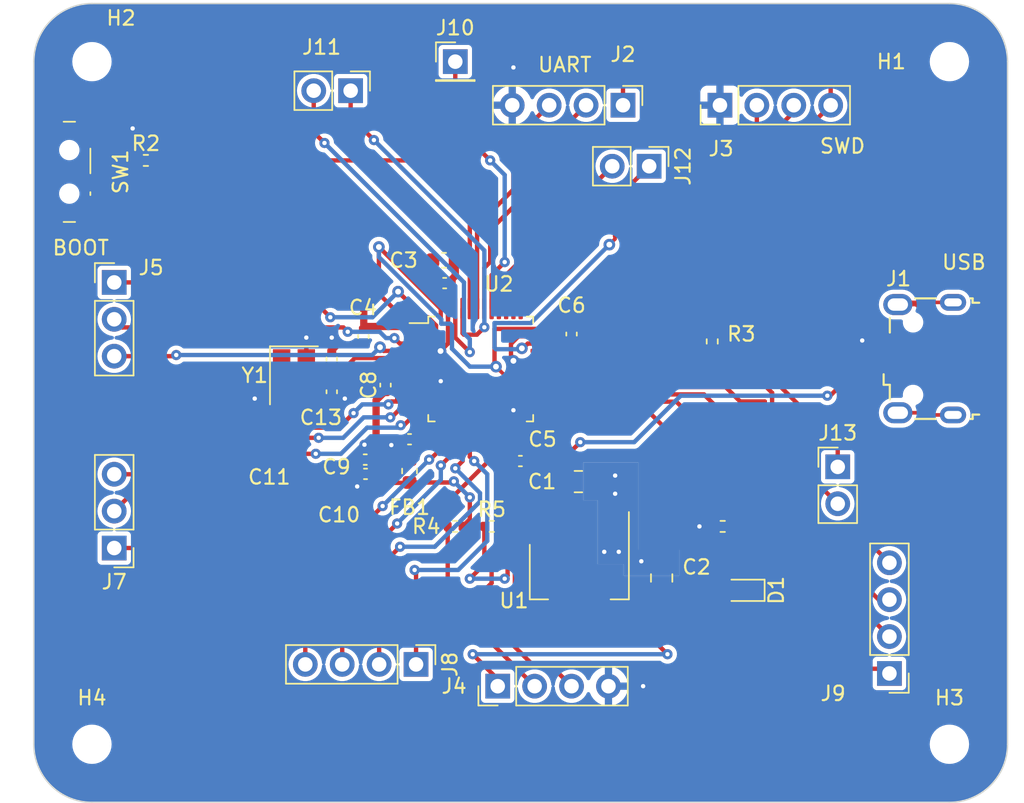
<source format=kicad_pcb>
(kicad_pcb (version 20221018) (generator pcbnew)
  (layers (0 "F.Cu" signal) (31 "B.Cu" power) (34 "B.Paste" user) (35 "F.Paste" user) (36 "B.SilkS" user "B.Silkscreen") (37 "F.SilkS" user "F.Silkscreen") (38 "B.Mask" user) (39 "F.Mask" user) (44 "Edge.Cuts" user))
  (net 0 "")
  (net 1 "VBUS")
  (net 2 "GND")
  (net 3 "+3.3V")
  (net 4 "+3.3VA")
  (net 5 "Net-(U2-NRST)")
  (net 6 "Net-(U2-PD0)")
  (net 7 "/RCC_OSC_OUT")
  (net 8 "Net-(D1-K)")
  (net 10 "unconnected-(J1-Shield-Pad6)")
  (net 11 "/usart_tx")
  (net 12 "/usart_rx")
  (net 13 "/SYS_JTCK-SWCLK")
  (net 14 "/SYS_JTMS-SWDIO")
  (net 15 "/12c2scl")
  (net 16 "/12c2sdl")
  (net 17 "Net-(SW1-B)")
  (net 18 "Net-(U2-BOOT0)")
  (net 19 "Net-(J5-Pin_1)")
  (net 20 "Net-(J5-Pin_2)")
  (net 21 "Net-(J5-Pin_3)")
  (net 22 "Net-(J7-Pin_1)")
  (net 23 "Net-(J7-Pin_2)")
  (net 24 "Net-(J7-Pin_3)")
  (net 25 "Net-(J8-Pin_1)")
  (net 26 "Net-(J8-Pin_2)")
  (net 27 "Net-(J8-Pin_3)")
  (net 28 "Net-(J8-Pin_4)")
  (net 29 "Net-(J9-Pin_1)")
  (net 30 "Net-(J9-Pin_2)")
  (net 31 "Net-(J9-Pin_3)")
  (net 32 "Net-(J9-Pin_4)")
  (net 33 "Net-(J10-Pin_1)")
  (net 34 "Net-(J11-Pin_1)")
  (net 35 "Net-(J11-Pin_2)")
  (net 36 "Net-(J12-Pin_1)")
  (net 37 "Net-(J13-Pin_1)")
  (net 38 "Net-(J13-Pin_2)")
  (net 41 "Net-(J12-Pin_2)")
  (net 44 "/USB_D-")
  (net 45 "/USB_D+")
  (footprint "Resistor_SMD:R_0402_1005Metric" (layer "F.Cu") (at 107.4 93 180)
    (fp_text reference "R1" hide)
    (fp_text value "1k5")
  )
  (footprint "Button_Switch_SMD:SW_SPDT_PCM12" (layer "F.Cu") (at 62.771 68.5876 -90)
    (fp_text reference "SW1")
    (fp_text value "SW_SPDT")
  )
  (footprint "Capacitor_SMD:C_0603_1608Metric" (layer "F.Cu") (at 88.225 74.676)
    (fp_text reference "C3")
    (fp_text value "10u")
  )
  (footprint "Capacitor_SMD:C_0402_1005Metric" (layer "F.Cu") (at 84.2 83.27 90)
    (fp_text reference "C8")
    (fp_text value "10n")
  )
  (footprint "Resistor_SMD:R_0402_1005Metric" (layer "F.Cu") (at 106.68 80.264 -90)
    (fp_text reference "R3")
    (fp_text value "1k5")
  )
  (footprint "Capacitor_SMD:C_0402_1005Metric" (layer "F.Cu") (at 82.804 88.4 180)
    (fp_text reference "C9")
    (fp_text value "1u")
  )
  (footprint "Connector_PinHeader_2.54mm:PinHeader_1x04_P2.54mm_Vertical" (layer "F.Cu") (at 86.3 102.5 -90)
    (fp_text reference "J8")
    (fp_text value "Conn_01x04_Pin")
  )
  (footprint "Capacitor_SMD:C_0402_1005Metric" (layer "F.Cu") (at 82.677 79.9338 -90)
    (fp_text reference "C4")
    (fp_text value "100n")
  )
  (footprint "Package_TO_SOT_SMD:SOT-223-3_TabPin2" (layer "F.Cu") (at 97.536 96.114 -90)
    (fp_text reference "U1")
    (fp_text value "AMS1117-3.3")
  )
  (footprint "Package_QFP:LQFP-48_7x7mm_P0.5mm" (layer "F.Cu") (at 90.75 82.1625)
    (fp_text reference "U2")
    (fp_text value "STM32F103C8Tx")
  )
  (footprint "Capacitor_SMD:C_0402_1005Metric" (layer "F.Cu") (at 88.27 76.25)
    (fp_text reference "C7" hide)
    (fp_text value "100n")
  )
  (footprint "MountingHole:MountingHole_2.2mm_M2" (layer "F.Cu") (at 64 108)
    (fp_text reference "H4")
    (fp_text value "MountingHole")
  )
  (footprint "Capacitor_SMD:C_0402_1005Metric" (layer "F.Cu") (at 80.5 83.73 -90)
    (fp_text reference "C13")
    (fp_text value "10p")
  )
  (footprint "Connector_PinHeader_2.54mm:PinHeader_1x03_P2.54mm_Vertical" (layer "F.Cu") (at 65.532 94.488 180)
    (fp_text reference "J7")
    (fp_text value "Conn_01x03_Pin")
  )
  (footprint "Connector_PinHeader_2.54mm:PinHeader_1x04_P2.54mm_Vertical" (layer "F.Cu") (at 91.92 104 90)
    (fp_text reference "J4")
    (fp_text value "Conn_01x04_Pin")
  )
  (footprint "Connector_PinHeader_2.54mm:PinHeader_1x02_P2.54mm_Vertical" (layer "F.Cu") (at 81.8 63 -90)
    (fp_text reference "J11")
    (fp_text value "Conn_01x02_Pin")
  )
  (footprint "LED_SMD:LED_0603_1608Metric" (layer "F.Cu") (at 108.8 97.4 180)
    (fp_text reference "D1")
    (fp_text value "red")
  )
  (footprint "Connector_PinHeader_2.54mm:PinHeader_1x02_P2.54mm_Vertical" (layer "F.Cu") (at 102.34 68.2 -90)
    (fp_text reference "J12")
    (fp_text value "Conn_01x02_Pin")
  )
  (footprint "Capacitor_SMD:C_0402_1005Metric" (layer "F.Cu") (at 82.824 89.384 180)
    (fp_text reference "C10")
    (fp_text value "1u")
  )
  (footprint "Capacitor_SMD:C_0402_1005Metric" (layer "F.Cu") (at 97 79.756 -90)
    (fp_text reference "C6")
    (fp_text value "100n")
  )
  (footprint "Connector_PinHeader_2.54mm:PinHeader_1x01_P2.54mm_Vertical" (layer "F.Cu") (at 89 61)
    (fp_text reference "J10")
    (fp_text value "Conn_01x01_Pin")
  )
  (footprint "Capacitor_SMD:C_0402_1005Metric" (layer "F.Cu") (at 85.852 87 180)
    (fp_text reference "C11")
    (fp_text value "100n")
  )
  (footprint "Capacitor_SMD:C_0805_2012Metric" (layer "F.Cu") (at 103.2 96.55 90)
    (fp_text reference "C2")
    (fp_text value "22u")
  )
  (footprint "Connector_PinHeader_2.54mm:PinHeader_1x04_P2.54mm_Vertical" (layer "F.Cu") (at 107.21 64 90)
    (fp_text reference "J3")
    (fp_text value "Conn_01x04_Pin")
  )
  (footprint "Crystal:Crystal_SMD_3225-4Pin_3.2x2.5mm" (layer "F.Cu") (at 77.9 82.6 -90)
    (fp_text reference "Y1")
    (fp_text value "Crystal_GND24")
  )
  (footprint "Connector_PinHeader_2.54mm:PinHeader_1x02_P2.54mm_Vertical" (layer "F.Cu") (at 115.316 88.9)
    (fp_text reference "J13")
    (fp_text value "Conn_01x02_Pin")
  )
  (footprint "Capacitor_SMD:C_0402_1005Metric" (layer "F.Cu") (at 80.5 81.48 90)
    (fp_text reference "C12" hide)
    (fp_text value "10p")
  )
  (footprint "MountingHole:MountingHole_2.2mm_M2" (layer "F.Cu") (at 64 61)
    (fp_text reference "H2")
    (fp_text value "MountingHole")
  )
  (footprint "MountingHole:MountingHole_2.2mm_M2" (layer "F.Cu") (at 123 108)
    (fp_text reference "H3")
    (fp_text value "MountingHole")
  )
  (footprint "Resistor_SMD:R_0402_1005Metric" (layer "F.Cu") (at 88.99 93 180)
    (fp_text reference "R4")
    (fp_text value "1k5")
  )
  (footprint "Connector_PinHeader_2.54mm:PinHeader_1x04_P2.54mm_Vertical" (layer "F.Cu") (at 100.54 64 -90)
    (fp_text reference "J2")
    (fp_text value "Conn_01x04_Pin")
  )
  (footprint "MountingHole:MountingHole_2.2mm_M2" (layer "F.Cu") (at 123 61)
    (fp_text reference "H1")
    (fp_text value "MountingHole")
  )
  (footprint "Capacitor_SMD:C_0402_1005Metric" (layer "F.Cu") (at 93.48 88.5 180)
    (fp_text reference "C5")
    (fp_text value "100n")
  )
  (footprint "Capacitor_SMD:C_0805_2012Metric" (layer "F.Cu") (at 97.47 89.916)
    (fp_text reference "C1")
    (fp_text value "22u")
  )
  (footprint "Connector_PinHeader_2.54mm:PinHeader_1x04_P2.54mm_Vertical" (layer "F.Cu") (at 118.872 103.124 180)
    (fp_text reference "J9")
    (fp_text value "Conn_01x04_Pin")
  )
  (footprint "Connector_PinHeader_2.54mm:PinHeader_1x03_P2.54mm_Vertical" (layer "F.Cu") (at 65.532 76.2)
    (fp_text reference "J5")
    (fp_text value "Conn_01x03_Pin")
  )
  (footprint "Resistor_SMD:R_0402_1005Metric" (layer "F.Cu") (at 67.71 67.8)
    (fp_text reference "R2")
    (fp_text value "10K")
  )
  (footprint "Connector_USB:USB_Micro-B_Wuerth_629105150521" (layer "F.Cu") (at 121.3 81.45 90)
    (fp_text reference "J1")
    (fp_text value "USB_B_Micro")
  )
  (footprint "Inductor_SMD:L_0603_1608Metric" (layer "F.Cu") (at 85.852 89.1875 -90)
    (fp_text reference "FB1")
    (fp_text value "120R")
  )
  (footprint "Resistor_SMD:R_0402_1005Metric" (layer "F.Cu") (at 91.51 93)
    (fp_text reference "R5")
    (fp_text value "1k5")
  )
  (gr_line (start 60 61) (end 60 108) (stroke (width 0.1)) (layer "Edge.Cuts"))
  (gr_line (start 127 108) (end 127 61) (stroke (width 0.1)) (layer "Edge.Cuts"))
  (gr_arc (start 127 108) (mid 125.828427 110.828427) (end 123 112) (stroke (width 0.1)) (layer "Edge.Cuts"))
  (gr_arc (start 60 61) (mid 61.171573 58.171573) (end 64 57) (stroke (width 0.1)) (layer "Edge.Cuts"))
  (gr_line (start 64 112) (end 123 112) (stroke (width 0.1)) (layer "Edge.Cuts"))
  (gr_line (start 123 57) (end 64 57) (stroke (width 0.1)) (layer "Edge.Cuts"))
  (gr_arc (start 123 57) (mid 125.828427 58.171573) (end 127 61) (stroke (width 0.1)) (layer "Edge.Cuts"))
  (gr_arc (start 64 112) (mid 61.171573 110.828427) (end 60 108) (stroke (width 0.1)) (layer "Edge.Cuts"))
  (gr_text "USB" (at 122.4 75.4) (layer "F.SilkS") (effects (font (size 1 1)) (justify left bottom)))
  (gr_text "SWD" (at 114 67.4) (layer "F.SilkS") (effects (font (size 1 1)) (justify left bottom)))
  (gr_text "UART" (at 94.6 61.8) (layer "F.SilkS") (effects (font (size 1 1)) (justify left bottom)))
  (gr_text "BOOT" (at 61.2 74.4) (layer "F.SilkS") (effects (font (size 1 1)) (justify left bottom)))
  (segment (start 96.52 89.916) (end 96.52 88.28) (width 0.3) (layer "F.Cu") (net 1))
  (segment (start 96.52 88.28) (end 97.6 87.2) (width 0.3) (layer "F.Cu") (net 1))
  (segment (start 114.8 84) (end 116.2404 82.5596) (width 0.3) (layer "F.Cu") (net 1))
  (segment (start 116.2404 82.5596) (end 116.4308 82.75) (width 0.3) (layer "F.Cu") (net 1))
  (segment (start 114.6 84) (end 114.8 84) (width 0.3) (layer "F.Cu") (net 1))
  (segment (start 116.4308 82.75) (end 119.4 82.75) (width 0.3) (layer "F.Cu") (net 1))
  (via (at 97.6 87.2) (size 0.7) (drill 0.3) (layers "F.Cu" "B.Cu") (net 1))
  (via (at 114.6 84) (size 0.7) (drill 0.3) (layers "F.Cu" "B.Cu") (net 1))
  (segment (start 114.6 84) (end 104.51005 84) (width 0.3) (layer "B.Cu") (net 1))
  (segment (start 101.31005 87.2) (end 97.6 87.2) (width 0.3) (layer "B.Cu") (net 1))
  (segment (start 104.51005 84) (end 101.31005 87.2) (width 0.3) (layer "B.Cu") (net 1))
  (segment (start 96.25 80.25) (end 96.986 80.25) (width 0.3) (layer "F.Cu") (net 2))
  (segment (start 88.5 77.161459) (end 88.5 78) (width 0.3) (layer "F.Cu") (net 2))
  (segment (start 81.39 84.21) (end 81.4 84.2) (width 0.3) (layer "F.Cu") (net 2))
  (segment (start 86.5875 82.9125) (end 87.9125 82.9125) (width 0.3) (layer "F.Cu") (net 2))
  (segment (start 85 87) (end 84.6 87.4) (width 0.3) (layer "F.Cu") (net 2))
  (segment (start 98.42 89.916) (end 99.584 89.916) (width 0.3) (layer "F.Cu") (net 2))
  (segment (start 88.75 76.25) (end 88.75 76.911459) (width 0.3) (layer "F.Cu") (net 2))
  (segment (start 85.372 87) (end 85 87) (width 0.3) (layer "F.Cu") (net 2))
  (segment (start 99.836 94.164) (end 99.25 94.75) (width 0.3) (layer "F.Cu") (net 2))
  (segment (start 84.3225 82.9125) (end 86.5875 82.9125) (width 0.3) (layer "F.Cu") (net 2))
  (segment (start 87.9125 82.9125) (end 88 83) (width 0.3) (layer "F.Cu") (net 2))
  (segment (start 99.584 89.916) (end 100 89.5) (width 0.3) (layer "F.Cu") (net 2))
  (segment (start 93 86.325) (end 93 85) (width 0.3) (layer "F.Cu") (net 2))
  (segment (start 93.349563 79.9125) (end 92.832559 80.429504) (width 0.3) (layer "F.Cu") (net 2))
  (segment (start 99.836 92.964) (end 99.836 94.336) (width 0.3) (layer "F.Cu") (net 2))
  (segment (start 80.5 81) (end 80.5 80) (width 0.3) (layer "F.Cu") (net 2))
  (segment (start 88.5 80.41) (end 88.5 78) (width 0.3) (layer "F.Cu") (net 2))
  (segment (start 88.75 76.911459) (end 88.5 77.161459) (width 0.3) (layer "F.Cu") (net 2))
  (segment (start 82.324 88.258) (end 82.324 87.8) (width 0.3) (layer "F.Cu") (net 2))
  (segment (start 101.8 95.4) (end 103 95.4) (width 0.3) (layer "F.Cu") (net 2))
  (segment (start 78.75 81.5) (end 78.75 80) (width 0.3) (layer "F.Cu") (net 2))
  (segment (start 92.92 61.48) (end 93 61.4) (width 0.3) (layer "F.Cu") (net 2))
  (segment (start 93 86.325) (end 93 88) (width 0.3) (layer "F.Cu") (net 2))
  (segment (start 92.92 64) (end 92.92 61.48) (width 0.3) (layer "F.Cu") (net 2))
  (segment (start 103 95.4) (end 103.2 95.6) (width 0.3) (layer "F.Cu") (net 2))
  (segment (start 99.675 104) (end 101.925 104) (width 0.3) (layer "F.Cu") (net 2))
  (segment (start 99.836 94.336) (end 100.25 94.75) (width 0.3) (layer "F.Cu") (net 2))
  (segment (start 88.75 76) (end 88.75 76.25) (width 0.5) (layer "F.Cu") (net 2))
  (segment (start 116.9452 80.2) (end 119.4548 80.2) (width 0.3) (layer "F.Cu") (net 2))
  (segment (start 98.42 89.916) (end 99.166 89.916) (width 0.3) (layer "F.Cu") (net 2))
  (segment (start 82.344 89.384) (end 82.344 90.156) (width 0.3) (layer "F.Cu") (net 2))
  (segment (start 81.02 80.48) (end 80.5 81) (width 0.3) (layer "F.Cu") (net 2))
  (segment (start 99.836 92.964) (end 99.836 94.164) (width 0.3) (layer "F.Cu") (net 2))
  (segment (start 84.2 82.79) (end 84.3225 82.9125) (width 0.3) (layer "F.Cu") (net 2))
  (segment (start 87.9856 80.9244) (end 88.5 80.41) (width 0.3) (layer "F.Cu") (net 2))
  (segment (start 75.7 83.7) (end 75.2 84.2) (width 0.3) (layer "F.Cu") (net 2))
  (segment (start 77.05 83.7) (end 75.7 83.7) (width 0.3) (layer "F.Cu") (net 2))
  (segment (start 96.986 80.25) (end 97 80.236) (width 0.3) (layer "F.Cu") (net 2))
  (segment (start 82.324 87.8) (end 82.75 87.374) (width 0.3) (layer "F.Cu") (net 2))
  (segment (start 92.832559 81.432559) (end 93 81.6) (width 0.3) (layer "F.Cu") (net 2))
  (segment (start 99.166 89.916) (end 100 90.75) (width 0.3) (layer "F.Cu") (net 2))
  (segment (start 80.5 84.21) (end 81.39 84.21) (width 0.3) (layer "F.Cu") (net 2))
  (segment (start 82.344 90.156) (end 82.25 90.25) (width 0.3) (layer "F.Cu") (net 2))
  (segment (start 89 75.75) (end 88.75 76) (width 0.5) (layer "F.Cu") (net 2))
  (segment (start 106.89 93) (end 105.8 93) (width 0.3) (layer "F.Cu") (net 2))
  (segment (start 95.9125 79.9125) (end 96.25 80.25) (width 0.3) (layer "F.Cu") (net 2))
  (segment (start 93 87.75) (end 93 88.5) (width 0.3) (layer "F.Cu") (net 2))
  (segment (start 82.804 80.48) (end 81.02 80.48) (width 0.3) (layer "F.Cu") (net 2))
  (segment (start 66.046 66.354) (end 66.8 65.6) (width 0.3) (layer "F.Cu") (net 2))
  (segment (start 89 74.676) (end 89 75.75) (width 0.5) (layer "F.Cu") (net 2))
  (segment (start 94.9125 79.9125) (end 93.349563 79.9125) (width 0.3) (layer "F.Cu") (net 2))
  (segment (start 94.9125 79.9125) (end 95.9125 79.9125) (width 0.3) (layer "F.Cu") (net 2))
  (segment (start 64.45 66.354) (end 66.046 66.354) (width 0.3) (layer "F.Cu") (net 2))
  (segment (start 92.832559 80.429504) (end 92.832559 81.432559) (width 0.3) (layer "F.Cu") (net 2))
  (via (at 93 85) (size 0.7) (drill 0.3) (layers "F.Cu" "B.Cu") (net 2))
  (via (at 93 81.6) (size 0.8) (drill 0.4) (layers "F.Cu" "B.Cu") (net 2))
  (via (at 81.4 84.2) (size 0.7) (drill 0.3) (layers "F.Cu" "B.Cu") (net 2))
  (via (at 99.25 94.75) (size 0.7) (drill 0.3) (layers "F.Cu" "B.Cu") (net 2))
  (via (at 80.5 80) (size 0.7) (drill 0.3) (layers "F.Cu" "B.Cu") (net 2))
  (via (at 100.25 94.75) (size 0.7) (drill 0.3) (layers "F.Cu" "B.Cu") (net 2))
  (via (at 101.925 104) (size 0.7) (drill 0.3) (layers "F.Cu" "B.Cu") (net 2))
  (via (at 88 83) (size 0.7) (drill 0.3) (layers "F.Cu" "B.Cu") (net 2))
  (via (at 87.9856 80.9244) (size 0.8) (drill 0.4) (layers "F.Cu" "B.Cu") (net 2))
  (via (at 117 80.2) (size 0.7) (drill 0.3) (layers "F.Cu" "B.Cu") (net 2))
  (via (at 66.8 65.6) (size 0.7) (drill 0.3) (layers "F.Cu" "B.Cu") (net 2))
  (via (at 75.2 84.2) (size 0.7) (drill 0.3) (layers "F.Cu" "B.Cu") (net 2))
  (via (at 100 90.75) (size 0.7) (drill 0.3) (layers "F.Cu" "B.Cu") (net 2))
  (via (at 100 89.5) (size 0.7) (drill 0.3) (layers "F.Cu" "B.Cu") (net 2))
  (via (at 82.75 87.374) (size 0.7) (drill 0.3) (layers "F.Cu" "B.Cu") (net 2))
  (via (at 82.25 90.25) (size 0.7) (drill 0.3) (layers "F.Cu" "B.Cu") (net 2))
  (via (at 78.75 80) (size 0.7) (drill 0.3) (layers "F.Cu" "B.Cu") (net 2))
  (via (at 105.8 93) (size 0.7) (drill 0.3) (layers "F.Cu" "B.Cu") (net 2))
  (via (at 101.8 95.4) (size 0.7) (drill 0.3) (layers "F.Cu" "B.Cu") (net 2))
  (via (at 93 61.4) (size 0.7) (drill 0.3) (layers "F.Cu" "B.Cu") (net 2))
  (via (at 84.6 87.4) (size 0.7) (drill 0.3) (layers "F.Cu" "B.Cu") (net 2))
  (segment (start 88 83) (end 88 80.9388) (width 0.3) (layer "B.Cu") (net 2))
  (segment (start 88 80.9388) (end 87.9856 80.9244) (width 0.3) (layer "B.Cu") (net 2))
  (segment (start 106 97.5) (end 107.9125 97.5) (width 0.5) (layer "F.Cu") (net 3))
  (segment (start 102.5 101) (end 93.648528 101) (width 0.5) (layer "F.Cu") (net 3))
  (segment (start 91.7 79.4) (end 91.7 81.9) (width 0.3) (layer "F.Cu") (net 3))
  (segment (start 93.2 100.551472) (end 93.2 95.2) (width 0.5) (layer "F.Cu") (net 3))
  (segment (start 106.68 79.754) (end 98.354 79.754) (width 0.3) (layer "F.Cu") (net 3))
  (segment (start 87.45 74.676) (end 87.45 75.91) (width 0.5) (layer "F.Cu") (net 3))
  (segment (start 87.79 77.79) (end 88 78) (width 0.3) (layer "F.Cu") (net 3))
  (segment (start 64.45 70.854) (end 77.454 70.854) (width 0.5) (layer "F.Cu") (net 3))
  (segment (start 90 91) (end 90 92.5) (width 0.3) (layer "F.Cu") (net 3))
  (segment (start 83.7438 73.7616) (end 87.9822 78) (width 0.3) (layer "F.Cu") (net 3))
  (segment (start 83.984 89.384) (end 84.6 90) (width 0.3) (layer "F.Cu") (net 3))
  (segment (start 85.557538 79.3125) (end 86.142462 79.3125) (width 0.5) (layer "F.Cu") (net 3))
  (segment (start 94 88.46) (end 94 86.825) (width 0.3) (layer "F.Cu") (net 3))
  (segment (start 87.79 76.25) (end 87.79 77.79) (width 0.3) (layer "F.Cu") (net 3))
  (segment (start 97 78.8) (end 97.4 78.4) (width 0.3) (layer "F.Cu") (net 3))
  (segment (start 85.7504 79.4125) (end 86.5875 79.4125) (width 0.3) (layer "F.Cu") (net 3))
  (segment (start 93.2 95.2) (end 92.6 95.8) (width 0.3) (layer "F.Cu") (net 3))
  (segment (start 107.9125 97.5) (end 108.0125 97.4) (width 0.5) (layer "F.Cu") (net 3))
  (segment (start 114.83 62.37) (end 114.83 64) (width 0.3) (layer "F.Cu") (net 3))
  (segment (start 84.6 90) (end 85.827 90) (width 0.3) (layer "F.Cu") (net 3))
  (segment (start 83.304 89.384) (end 83.984 89.384) (width 0.3) (layer "F.Cu") (net 3))
  (segment (start 85.827 90) (end 85.852 89.975) (width 0.3) (layer "F.Cu") (net 3))
  (segment (start 91 93) (end 91 95.6) (width 0.3) (layer "F.Cu") (net 3))
  (segment (start 96.4 79.25) (end 96.974 79.25) (width 0.3) (layer "F.Cu") (net 3))
  (segment (start 103.6 101.8) (end 102.8 101) (width 0.3) (layer "F.Cu") (net 3))
  (segment (start 97.876 79.276) (end 98.354 79.754) (width 0.3) (layer "F.Cu") (net 3))
  (segment (start 93.244386 89.4) (end 93.96 88.684386) (width 0.5) (layer "F.Cu") (net 3))
  (segment (start 100.54 64) (end 100.54 62.66) (width 0.3) (layer "F.Cu") (net 3))
  (segment (start 101 62.2) (end 115 62.2) (width 0.3) (layer "F.Cu") (net 3))
  (segment (start 91.92 104) (end 91.92 103.52) (width 0.3) (layer "F.Cu") (net 3))
  (segment (start 93.675 86.15) (end 93.675 83.875) (width 0.25) (layer "F.Cu") (net 3))
  (segment (start 82.7024 76.1024) (end 82.7024 79.4512) (width 0.5) (layer "F.Cu") (net 3))
  (segment (start 115 62.2) (end 114.83 62.37) (width 0.3) (layer "F.Cu") (net 3))
  (segment (start 86.1689 79.4125) (end 86.5875 79.4125) (width 0.3) (layer "F.Cu") (net 3))
  (segment (start 87.9822 78) (end 88 78) (width 0.3) (layer "F.Cu") (net 3))
  (segment (start 89.5 93) (end 91 93) (width 0.3) (layer "F.Cu") (net 3))
  (segment (start 91 95.6) (end 90 96.6) (width 0.3) (layer "F.Cu") (net 3))
  (segment (start 100.54 62.66) (end 101 62.2) (width 0.3) (layer "F.Cu") (net 3))
  (segment (start 103.2 97.5) (end 106 97.5) (width 0.5) (layer "F.Cu") (net 3))
  (segment (start 93.648528 101) (end 93.2 100.551472) (width 0.5) (layer "F.Cu") (net 3))
  (segment (start 94 86.825) (end 93.5 86.325) (width 0.3) (layer "F.Cu") (net 3))
  (segment (start 92.6 95.8) (end 92.6 96.4) (width 0.3) (layer "F.Cu") (net 3))
  (segment (start 88.825686 89.975) (end 88.900343 89.900343) (width 0.3) (layer "F.Cu") (net 3))
  (segment (start 97.876 79.276) (end 97 79.276) (width 0.3) (layer "F.Cu") (net 3))
  (segment (start 83.7438 73.7616) (end 83.7438 76.9874) (width 0.3) (layer "F.Cu") (net 3))
  (segment (start 93.2 95.2) (end 93.2 89.4) (width 0.5) (layer "F.Cu") (net 3))
  (segment (start 106 97.5) (end 102.5 101) (width 0.5) (layer "F.Cu") (net 3))
  (segment (start 102.8 101) (end 102.5 101) (width 0.3) (layer "F.Cu") (net 3))
  (segment (start 93.96 88.684386) (end 93.96 88.5) (width 0.5) (layer "F.Cu") (net 3))
  (segment (start 106 72.83) (end 114.83 64) (width 0.3) (layer "F.Cu") (net 3))
  (segment (start 82.677 79.4538) (end 82.7954 79.3354) (width 0.3) (layer "F.Cu") (net 3))
  (segment (start 85.852 89.975) (end 88.825686 89.975) (width 0.3) (layer "F.Cu") (net 3))
  (segment (start 87.45 75.91) (end 87.79 76.25) (width 0.5) (layer "F.Cu") (net 3))
  (segment (start 96.25 79.25) (end 96.4 79.25) (width 0.3) (layer "F.Cu") (net 3))
  (segment (start 93.675 83.875) (end 91.8 82) (width 0.25) (layer "F.Cu") (net 3))
  (segment (start 93.2 89.4) (end 93.244386 89.4) (width 0.5) (layer "F.Cu") (net 3))
  (segment (start 94.9125 79.4125) (end 94.9 79.4) (width 0.3) (layer "F.Cu") (net 3))
  (segment (start 93.96 88.5) (end 94 88.46) (width 0.3) (layer "F.Cu") (net 3))
  (segment (start 91.92 103.52) (end 90.2 101.8) (width 0.3) (layer "F.Cu") (net 3))
  (segment (start 82.677 79.4538) (end 82.8954 79.2354) (width 0.5) (layer "F.Cu") (net 3))
  (segment (start 94.9 79.4) (end 91.7 79.4) (width 0.3) (layer "F.Cu") (net 3))
  (segment (start 106 73.4) (end 106 72.83) (width 0.3) (layer "F.Cu") (net 3))
  (segment (start 96.974 79.25) (end 97 79.276) (width 0.3) (layer "F.Cu") (net 3))
  (segment (start 91.7 81.9) (end 91.8 82) (width 0.3) (layer "F.Cu") (net 3))
  (segment (start 97 79.276) (end 97 78.8) (width 0.3) (layer "F.Cu") (net 3))
  (segment (start 85.6733 79.3354) (end 85.7504 79.4125) (width 0.3) (layer "F.Cu") (net 3))
  (segment (start 85.480438 79.2354) (end 85.557538 79.3125) (width 0.5) (layer "F.Cu") (net 3))
  (segment (start 96.2375 79.4125) (end 96.4 79.25) (width 0.3) (layer "F.Cu") (net 3))
  (segment (start 90 92.5) (end 89.5 93) (width 0.3) (layer "F.Cu") (net 3))
  (segment (start 101 78.4) (end 106 73.4) (width 0.3) (layer "F.Cu") (net 3))
  (segment (start 77.454 70.854) (end 82.7024 76.1024) (width 0.5) (layer "F.Cu") (net 3))
  (segment (start 82.8954 79.2354) (end 85.480438 79.2354) (width 0.5) (layer "F.Cu") (net 3))
  (segment (start 94.9125 79.4125) (end 96.2375 79.4125) (width 0.3) (layer "F.Cu") (net 3))
  (segment (start 97.4 78.4) (end 101 78.4) (width 0.3) (layer "F.Cu") (net 3))
  (segment (start 92.6 96.4) (end 92.4 96.6) (width 0.3) (layer "F.Cu") (net 3))
  (segment (start 83.7438 76.9874) (end 86.1689 79.4125) (width 0.3) (layer "F.Cu") (net 3))
  (segment (start 93.5 86.325) (end 93.675 86.15) (width 0.25) (layer "F.Cu") (net 3))
  (via (at 90.2 101.8) (size 0.7) (drill 0.3) (layers "F.Cu" "B.Cu") (net 3))
  (via (at 103.6 101.8) (size 0.7) (drill 0.3) (layers "F.Cu" "B.Cu") (net 3))
  (via (at 92.4 96.6) (size 0.7) (drill 0.3) (layers "F.Cu" "B.Cu") (net 3))
  (via (at 90 96.6) (size 0.7) (drill 0.3) (layers "F.Cu" "B.Cu") (net 3))
  (via (at 90 91) (size 0.7) (drill 0.3) (layers "F.Cu" "B.Cu") (net 3))
  (via (at 88.900343 89.900343) (size 0.7) (drill 0.3) (layers "F.Cu" "B.Cu") (net 3))
  (via (at 91.8 82) (size 0.8) (drill 0.4) (layers "F.Cu" "B.Cu") (net 3))
  (via (at 83.7438 73.7616) (size 0.8) (drill 0.4) (layers "F.Cu" "B.Cu") (net 3))
  (segment (start 88.0364 79.0448) (end 88.0364 78.746139) (width 0.3) (layer "B.Cu") (net 3))
  (segment (start 88.773 79.1718) (end 88.646 79.0448) (width 0.3) (layer "B.Cu") (net 3))
  (segment (start 91.8 82) (end 90.01005 82) (width 0.3) (layer "B.Cu") (net 3))
  (segment (start 88.646 79.0448) (end 88.0364 79.0448) (width 0.3) (layer "B.Cu") (net 3))
  (segment (start 90.01005 82) (end 88.773 80.76295) (width 0.3) (layer "B.Cu") (net 3))
  (segment (start 88.900343 89.900343) (end 90 91) (width 0.3) (layer "B.Cu") (net 3))
  (segment (start 90.2 101.8) (end 103.6 101.8) (width 0.3) (layer "B.Cu") (net 3))
  (segment (start 88.0364 78.746139) (end 83.7438 74.453539) (width 0.3) (layer "B.Cu") (net 3))
  (segment (start 88.773 80.76295) (end 88.773 79.1718) (width 0.3) (layer "B.Cu") (net 3))
  (segment (start 90 96.6) (end 92.4 96.6) (width 0.3) (layer "B.Cu") (net 3))
  (segment (start 83.7438 74.453539) (end 83.7438 73.7616) (width 0.3) (layer "B.Cu") (net 3))
  (segment (start 84.2 83.75) (end 84.5375 83.4125) (width 0.3) (layer "F.Cu") (net 4))
  (segment (start 83.55 84.318629) (end 84.118629 83.75) (width 0.5) (layer "F.Cu") (net 4))
  (segment (start 83.284 88.4) (end 85.852 88.4) (width 0.5) (layer "F.Cu") (net 4))
  (segment (start 84.5375 83.4125) (end 86.5875 83.4125) (width 0.3) (layer "F.Cu") (net 4))
  (segment (start 84.118629 83.75) (end 84.2 83.75) (width 0.5) (layer "F.Cu") (net 4))
  (segment (start 83.284 88.4) (end 83.55 88.134) (width 0.5) (layer "F.Cu") (net 4))
  (segment (start 83.55 88.134) (end 83.55 84.318629) (width 0.5) (layer "F.Cu") (net 4))
  (segment (start 86.5875 82.4125) (end 87.59755 82.4125) (width 0.3) (layer "F.Cu") (net 5))
  (segment (start 87.76005 82.25) (end 88.25 82.25) (width 0.3) (layer "F.Cu") (net 5))
  (segment (start 88.25 82.25) (end 89 83) (width 0.3) (layer "F.Cu") (net 5))
  (segment (start 86.332 87) (end 86.332 86.654459) (width 0.3) (layer "F.Cu") (net 5))
  (segment (start 89 83) (end 89 83.986459) (width 0.3) (layer "F.Cu") (net 5))
  (segment (start 86.332 86.654459) (end 89 83.986459) (width 0.3) (layer "F.Cu") (net 5))
  (segment (start 87.59755 82.4125) (end 87.76005 82.25) (width 0.3) (layer "F.Cu") (net 5))
  (segment (start 79.91 82.55) (end 77.3 82.55) (width 0.3) (layer "F.Cu") (net 6))
  (segment (start 81.54 81.96) (end 82.0875 81.4125) (width 0.3) (layer "F.Cu") (net 6))
  (segment (start 80.5 81.96) (end 81.54 81.96) (width 0.3) (layer "F.Cu") (net 6))
  (segment (start 77.05 82.3) (end 77.05 81.5) (width 0.3) (layer "F.Cu") (net 6))
  (segment (start 80.5 81.96) (end 79.91 82.55) (width 0.3) (layer "F.Cu") (net 6))
  (segment (start 77.3 82.55) (end 77.05 82.3) (width 0.3) (layer "F.Cu") (net 6))
  (segment (start 82.0875 81.4125) (end 86.5875 81.4125) (width 0.3) (layer "F.Cu") (net 6))
  (segment (start 82.8375 81.9125) (end 86.5875 81.9125) (width 0.3) (layer "F.Cu") (net 7))
  (segment (start 81.5 83.25) (end 82.8375 81.9125) (width 0.3) (layer "F.Cu") (net 7))
  (segment (start 80.5 83.25) (end 81.5 83.25) (width 0.3) (layer "F.Cu") (net 7))
  (segment (start 80.5 83.25) (end 79.2 83.25) (width 0.3) (layer "F.Cu") (net 7))
  (segment (start 79.2 83.25) (end 78.75 83.7) (width 0.3) (layer "F.Cu") (net 7))
  (segment (start 107.91 95.7225) (end 107.91 93) (width 0.3) (layer "F.Cu") (net 8))
  (segment (start 107.91 95.7225) (end 109.5875 97.4) (width 0.3) (layer "F.Cu") (net 8))
  (segment (start 122.0978 78.6384) (end 121.5907 78.1313) (width 0.25) (layer "F.Cu") (net 10))
  (segment (start 123.25 85.325) (end 121.5778 85.325) (width 0.25) (layer "F.Cu") (net 10))
  (segment (start 121.225 84.9722) (end 121.0222 85.175) (width 0.25) (layer "F.Cu") (net 10))
  (segment (start 119.45 77.725) (end 120.7 77.725) (width 0.25) (layer "F.Cu") (net 10))
  (segment (start 121.5907 78.1313) (end 121.1063 78.1313) (width 0.25) (layer "F.Cu") (net 10))
  (segment (start 120.7 77.725) (end 121.1063 78.1313) (width 0.25) (layer "F.Cu") (net 10))
  (segment (start 121.225 84.9722) (end 122.0978 84.0994) (width 0.25) (layer "F.Cu") (net 10))
  (segment (start 121.0222 85.175) (end 119.45 85.175) (width 0.25) (layer "F.Cu") (net 10))
  (segment (start 121.5778 85.325) (end 121.225 84.9722) (width 0.25) (layer "F.Cu") (net 10))
  (segment (start 119.6 77.575) (end 119.45 77.725) (width 0.25) (layer "F.Cu") (net 10))
  (segment (start 123.25 77.575) (end 119.6 77.575) (width 0.25) (layer "F.Cu") (net 10))
  (segment (start 122.0978 84.0994) (end 122.0978 78.6384) (width 0.25) (layer "F.Cu") (net 10))
  (segment (start 91 78) (end 91 75.2) (width 0.3) (layer "F.Cu") (net 11))
  (segment (start 93.8 68.2) (end 98 64) (width 0.3) (layer "F.Cu") (net 11))
  (segment (start 91.4 72.6) (end 93.8 70.2) (width 0.3) (layer "F.Cu") (net 11))
  (segment (start 93.8 70.2) (end 93.8 68.2) (width 0.3) (layer "F.Cu") (net 11))
  (segment (start 91.4 74.8) (end 91.4 72.6) (width 0.3) (layer "F.Cu") (net 11))
  (segment (start 91 75.2) (end 91.4 74.8) (width 0.3) (layer "F.Cu") (net 11))
  (segment (start 93 66.46) (end 93 69.8) (width 0.3) (layer "F.Cu") (net 12))
  (segment (start 90.5 72.3) (end 90.5 78) (width 0.3) (layer "F.Cu") (net 12))
  (segment (start 95.46 64) (end 93 66.46) (width 0.3) (layer "F.Cu") (net 12))
  (segment (start 93 69.8) (end 90.5 72.3) (width 0.3) (layer "F.Cu") (net 12))
  (segment (start 109.75 66.25) (end 109.75 64) (width 0.3) (layer "F.Cu") (net 13))
  (segment (start 103.5 72.5) (end 109.75 66.25) (width 0.3) (layer "F.Cu") (net 13))
  (segment (start 99 72.5) (end 103.5 72.5) (width 0.3) (layer "F.Cu") (net 13))
  (segment (start 93.5 78) (end 99 72.5) (width 0.3) (layer "F.Cu") (net 13))
  (segment (start 99.986459 73.213541) (end 99.6 73.6) (width 0.25) (layer "F.Cu") (net 14))
  (segment (start 99.986459 73) (end 99.986459 73.213541) (width 0.25) (layer "F.Cu") (net 14))
  (segment (start 93.9875 80.4125) (end 94.9125 80.4125) (width 0.3) (layer "F.Cu") (net 14))
  (segment (start 103.75 73) (end 112.29 64.46) (width 0.3) (layer "F.Cu") (net 14))
  (segment (start 99.986459 73) (end 103.75 73) (width 0.3) (layer "F.Cu") (net 14))
  (segment (start 112.29 64.46) (end 112.29 64) (width 0.3) (layer "F.Cu") (net 14))
  (segment (start 93.65 80.75) (end 93.9875 80.4125) (width 0.3) (layer "F.Cu") (net 14))
  (via (at 93.582559 80.740165) (size 0.8) (drill 0.4) (layers "F.Cu" "B.Cu") (net 14))
  (via (at 99.6 73.6) (size 0.8) (drill 0.4) (layers "F.Cu" "B.Cu") (net 14))
  (segment (start 99.6 73.6) (end 94.20295 78.99705) (width 0.3) (layer "B.Cu") (net 14))
  (segment (start 94.20295 78.99705) (end 91.7 78.99705) (width 0.3) (layer "B.Cu") (net 14))
  (segment (start 91.7 78.99705) (end 91.7 80.7) (width 0.3) (layer "B.Cu") (net 14))
  (segment (start 91.8 80.8) (end 93.522724 80.8) (width 0.3) (layer "B.Cu") (net 14))
  (segment (start 91.7 80.7) (end 91.8 80.8) (width 0.3) (layer "B.Cu") (net 14))
  (segment (start 93.522724 80.8) (end 93.582559 80.740165) (width 0.3) (layer "B.Cu") (net 14))
  (segment (start 88.48 98.02) (end 94.46 104) (width 0.3) (layer "F.Cu") (net 15))
  (segment (start 92 86.325) (end 92 87.789929) (width 0.3) (layer "F.Cu") (net 15))
  (segment (start 88.48 91.309929) (end 88.48 93) (width 0.3) (layer "F.Cu") (net 15))
  (segment (start 88.48 93) (end 88.48 98.02) (width 0.3) (layer "F.Cu") (net 15))
  (segment (start 92 87.789929) (end 88.48 91.309929) (width 0.3) (layer "F.Cu") (net 15))
  (segment (start 91.2 99.4) (end 91.2 97.2) (width 0.3) (layer "F.Cu") (net 16))
  (segment (start 91.5 96.9) (end 91.5 94.9) (width 0.3) (layer "F.Cu") (net 16))
  (segment (start 94.4 102.6) (end 91.2 99.4) (width 0.3) (layer "F.Cu") (net 16))
  (segment (start 92.2 93.18) (end 92.02 93) (width 0.3) (layer "F.Cu") (net 16))
  (segment (start 91.2 97.2) (end 91.5 96.9) (width 0.3) (layer "F.Cu") (net 16))
  (segment (start 95.6 102.6) (end 94.4 102.6) (width 0.3) (layer "F.Cu") (net 16))
  (segment (start 92.2 94.2) (end 92.2 93.18) (width 0.3) (layer "F.Cu") (net 16))
  (segment (start 97 104) (end 95.6 102.6) (width 0.3) (layer "F.Cu") (net 16))
  (segment (start 91.5 94.9) (end 92.2 94.2) (width 0.3) (layer "F.Cu") (net 16))
  (segment (start 92.5 87.997035) (end 92.02 88.477035) (width 0.3) (layer "F.Cu") (net 16))
  (segment (start 92.02 88.477035) (end 92.02 93) (width 0.3) (layer "F.Cu") (net 16))
  (segment (start 92.5 86.325) (end 92.5 87.997035) (width 0.3) (layer "F.Cu") (net 16))
  (segment (start 64 69.354) (end 65.646 69.354) (width 0.3) (layer "F.Cu") (net 17))
  (segment (start 65.646 69.354) (end 67.2 67.8) (width 0.3) (layer "F.Cu") (net 17))
  (segment (start 90 68.2) (end 89.6 67.8) (width 0.3) (layer "F.Cu") (net 18))
  (segment (start 68.22 67.8) (end 89.6 67.8) (width 0.3) (layer "F.Cu") (net 18))
  (segment (start 90 78) (end 90 68.2) (width 0.3) (layer "F.Cu") (net 18))
  (segment (start 65.532 76.2) (end 68.8 76.2) (width 0.3) (layer "F.Cu") (net 19))
  (segment (start 87.675 79.161459) (end 87.112541 78.599) (width 0.3) (layer "F.Cu") (net 19))
  (segment (start 68.8 76.2) (end 69.4 76.8) (width 0.3) (layer "F.Cu") (net 19))
  (segment (start 85.0646 76.835) (end 86.8286 78.599) (width 0.3) (layer "F.Cu") (net 19))
  (segment (start 69.4 76.8) (end 78.6 76.8) (width 0.3) (layer "F.Cu") (net 19))
  (segment (start 78.6 76.8) (end 80.4 78.6) (width 0.3) (layer "F.Cu") (net 19))
  (segment (start 87.675 79.663541) (end 87.675 79.161459) (width 0.3) (layer "F.Cu") (net 19))
  (segment (start 86.8286 78.599) (end 87.112541 78.599) (width 0.3) (layer "F.Cu") (net 19))
  (segment (start 86.5875 79.9125) (end 87.426041 79.9125) (width 0.3) (layer "F.Cu") (net 19))
  (segment (start 87.426041 79.9125) (end 87.675 79.663541) (width 0.3) (layer "F.Cu") (net 19))
  (via (at 80.4 78.6) (size 0.7) (drill 0.3) (layers "F.Cu" "B.Cu") (net 19))
  (via (at 85.0646 76.835) (size 0.8) (drill 0.4) (layers "F.Cu" "B.Cu") (net 19))
  (segment (start 80.4 78.6) (end 83.2996 78.6) (width 0.3) (layer "B.Cu") (net 19))
  (segment (start 83.2996 78.6) (end 85.0646 76.835) (width 0.3) (layer "B.Cu") (net 19))
  (segment (start 86.5875 80.4125) (end 85.1877 80.4125) (width 0.3) (layer "F.Cu") (net 20))
  (segment (start 85.1877 80.4125) (end 84.8106 80.0354) (width 0.3) (layer "F.Cu") (net 20))
  (segment (start 65.532 78.74) (end 66.092 79.3) (width 0.3) (layer "F.Cu") (net 20))
  (segment (start 66.092 79.3) (end 81.3 79.3) (width 0.3) (layer "F.Cu") (net 20))
  (segment (start 81.3 79.3) (end 81.6 79.6) (width 0.3) (layer "F.Cu") (net 20))
  (via (at 81.6 79.6) (size 0.7) (drill 0.3) (layers "F.Cu" "B.Cu") (net 20))
  (via (at 84.8106 80.0354) (size 0.7) (drill 0.3) (layers "F.Cu" "B.Cu") (net 20))
  (segment (start 84.8106 80.0354) (end 84.2354 80.0354) (width 0.3) (layer "B.Cu") (net 20))
  (segment (start 81.6 79.6) (end 83.8 79.6) (width 0.3) (layer "B.Cu") (net 20))
  (segment (start 84.2354 80.0354) (end 83.8 79.6) (width 0.3) (layer "B.Cu") (net 20))
  (segment (start 65.532 81.28) (end 69.72 81.28) (width 0.3) (layer "F.Cu") (net 21))
  (segment (start 84.0695 80.9125) (end 86.5875 80.9125) (width 0.3) (layer "F.Cu") (net 21))
  (segment (start 83.82 80.663) (end 84.0695 80.9125) (width 0.3) (layer "F.Cu") (net 21))
  (segment (start 69.72 81.28) (end 69.8 81.2) (width 0.3) (layer "F.Cu") (net 21))
  (via (at 83.82 80.663) (size 0.8) (drill 0.4) (layers "F.Cu" "B.Cu") (net 21))
  (via (at 69.8 81.2) (size 0.7) (drill 0.3) (layers "F.Cu" "B.Cu") (net 21))
  (segment (start 69.8 81.2) (end 83.283 81.2) (width 0.3) (layer "B.Cu") (net 21))
  (segment (start 83.283 81.2) (end 83.82 80.663) (width 0.3) (layer "B.Cu") (net 21))
  (segment (start 85.466719 86.033281) (end 86.5875 84.9125) (width 0.3) (layer "F.Cu") (net 22))
  (segment (start 65.532 94.488) (end 68.712 94.488) (width 0.3) (layer "F.Cu") (net 22))
  (segment (start 85.243985 86.033281) (end 85.466719 86.033281) (width 0.3) (layer "F.Cu") (net 22))
  (segment (start 75.2 88) (end 79.4 88) (width 0.3) (layer "F.Cu") (net 22))
  (segment (start 68.712 94.488) (end 75.2 88) (width 0.3) (layer "F.Cu") (net 22))
  (via (at 85.243985 86.033281) (size 0.7) (drill 0.3) (layers "F.Cu" "B.Cu") (net 22))
  (via (at 79.4 88) (size 0.7) (drill 0.3) (layers "F.Cu" "B.Cu") (net 22))
  (segment (start 85.2 86) (end 85.233281 86.033281) (width 0.3) (layer "B.Cu") (net 22))
  (segment (start 85.233281 86.033281) (end 85.243985 86.033281) (width 0.3) (layer "B.Cu") (net 22))
  (segment (start 81.13405 88) (end 82.93405 86.2) (width 0.3) (layer "B.Cu") (net 22))
  (segment (start 79.4 88) (end 81.13405 88) (width 0.3) (layer "B.Cu") (net 22))
  (segment (start 85.077266 86.2) (end 85.243985 86.033281) (width 0.3) (layer "B.Cu") (net 22))
  (segment (start 82.93405 86.2) (end 85.077266 86.2) (width 0.3) (layer "B.Cu") (net 22))
  (segment (start 85 86.2) (end 85.2 86) (width 0.3) (layer "B.Cu") (net 22))
  (segment (start 72.3005 86.8995) (end 79.6 86.8995) (width 0.3) (layer "F.Cu") (net 23))
  (segment (start 84.526674 85.490538) (end 84.616569 85.490538) (width 0.3) (layer "F.Cu") (net 23))
  (segment (start 65.532 91.948) (end 66.48 91) (width 0.3) (layer "F.Cu") (net 23))
  (segment (start 85.694607 84.4125) (end 86.5875 84.4125) (width 0.3) (layer "F.Cu") (net 23))
  (segment (start 68.2 91) (end 72.3005 86.8995) (width 0.3) (layer "F.Cu") (net 23))
  (segment (start 66.48 91) (end 68.2 91) (width 0.3) (layer "F.Cu") (net 23))
  (segment (start 84.616569 85.490538) (end 85.694607 84.4125) (width 0.3) (layer "F.Cu") (net 23))
  (via (at 79.6 86.8995) (size 0.7) (drill 0.3) (layers "F.Cu" "B.Cu") (net 23))
  (via (at 84.526674 85.490538) (size 0.7) (drill 0.3) (layers "F.Cu" "B.Cu") (net 23))
  (segment (start 81.29045 86.8995) (end 82.594975 85.594975) (width 0.3) (layer "B.Cu") (net 23))
  (segment (start 82.699412 85.490538) (end 84.526674 85.490538) (width 0.3) (layer "B.Cu") (net 23))
  (segment (start 82.594975 85.594975) (end 82.699412 85.490538) (width 0.3) (layer "B.Cu") (net 23))
  (segment (start 79.6 86.8995) (end 81.29045 86.8995) (width 0.3) (layer "B.Cu") (net 23))
  (segment (start 84.4 84.6) (end 84.6 84.4) (width 0.3) (layer "F.Cu") (net 24))
  (segment (start 85.0875 83.9125) (end 86.5875 83.9125) (width 0.3) (layer "F.Cu") (net 24))
  (segment (start 71.2 86.2) (end 77 86.2) (width 0.3) (layer "F.Cu") (net 24))
  (segment (start 85 84) (end 85.0875 83.9125) (width 0.3) (layer "F.Cu") (net 24))
  (segment (start 85 84.4) (end 85 84) (width 0.3) (layer "F.Cu") (net 24))
  (segment (start 77 86.2) (end 80.4 86.2) (width 0.3) (layer "F.Cu") (net 24))
  (segment (start 80.4 86.2) (end 81 86.2) (width 0.3) (layer "F.Cu") (net 24))
  (segment (start 65.532 89.408) (end 67.992 89.408) (width 0.3) (layer "F.Cu") (net 24))
  (segment (start 68.6 88.8) (end 71.2 86.2) (width 0.3) (layer "F.Cu") (net 24))
  (segment (start 67.992 89.408) (end 68.6 88.8) (width 0.3) (layer "F.Cu") (net 24))
  (segment (start 84.6 84.4) (end 85 84.4) (width 0.3) (layer "F.Cu") (net 24))
  (segment (start 81 86.2) (end 82 85.2) (width 0.3) (layer "F.Cu") (net 24))
  (via (at 84.4 84.6) (size 0.7) (drill 0.3) (layers "F.Cu" "B.Cu") (net 24))
  (via (at 82 85.2) (size 0.7) (drill 0.3) (layers "F.Cu" "B.Cu") (net 24))
  (segment (start 82 85.2) (end 82.6 84.6) (width 0.3) (layer "B.Cu") (net 24))
  (segment (start 82.6 84.6) (end 84.4 84.6) (width 0.3) (layer "B.Cu") (net 24))
  (segment (start 90 88.2) (end 90 86.325) (width 0.3) (layer "F.Cu") (net 25))
  (segment (start 90.300343 88.500343) (end 90 88.2) (width 0.3) (layer "F.Cu") (net 25))
  (segment (start 86.3 102.5) (end 86.3 96.1) (width 0.3) (layer "F.Cu") (net 25))
  (segment (start 86.3 96.1) (end 86.2 96) (width 0.3) (layer "F.Cu") (net 25))
  (via (at 90.300343 88.500343) (size 0.7) (drill 0.3) (layers "F.Cu" "B.Cu") (net 25))
  (via (at 86.2 96) (size 0.7) (drill 0.3) (layers "F.Cu" "B.Cu") (net 25))
  (segment (start 91.2 89.4) (end 90.300343 88.500343) (width 0.3) (layer "B.Cu") (net 25))
  (segment (start 91.2 94) (end 91.2 89.4) (width 0.3) (layer "B.Cu") (net 25))
  (segment (start 89.2 96) (end 91.2 94) (width 0.3) (layer "B.Cu") (net 25))
  (segment (start 86.2 96) (end 89.2 96) (width 0.3) (layer "B.Cu") (net 25))
  (segment (start 83.76 102.5) (end 83.76 95.84) (width 0.3) (layer "F.Cu") (net 26))
  (segment (start 85 94.6) (end 85.2 94.4) (width 0.3) (layer "F.Cu") (net 26))
  (segment (start 89.5 88.5) (end 89.5 86.325) (width 0.3) (layer "F.Cu") (net 26))
  (segment (start 83.76 95.84) (end 85 94.6) (width 0.3) (layer "F.Cu") (net 26))
  (segment (start 89 89) (end 89.5 88.5) (width 0.3) (layer "F.Cu") (net 26))
  (via (at 89 89) (size 0.7) (drill 0.3) (layers "F.Cu" "B.Cu") (net 26))
  (via (at 85.2 94.4) (size 0.7) (drill 0.3) (layers "F.Cu" "B.Cu") (net 26))
  (segment (start 90.7 90.7) (end 89 89) (width 0.3) (layer "B.Cu") (net 26))
  (segment (start 90.7 91.28995) (end 90.7 90.7) (width 0.3) (layer "B.Cu") (net 26))
  (segment (start 87.58995 94.4) (end 90.7 91.28995) (width 0.3) (layer "B.Cu") (net 26))
  (segment (start 85.2 94.4) (end 87.58995 94.4) (width 0.3) (layer "B.Cu") (net 26))
  (segment (start 81.22 96.58) (end 85 92.8) (width 0.3) (layer "F.Cu") (net 27))
  (segment (start 81.22 102.5) (end 81.22 96.58) (width 0.3) (layer "F.Cu") (net 27))
  (segment (start 89 87.806809) (end 89 86.325) (width 0.3) (layer "F.Cu") (net 27))
  (segment (start 88.004539 88.80227) (end 89 87.806809) (width 0.3) (layer "F.Cu") (net 27))
  (via (at 85 92.8) (size 0.7) (drill 0.3) (layers "F.Cu" "B.Cu") (net 27))
  (via (at 88.004539 88.80227) (size 0.7) (drill 0.3) (layers "F.Cu" "B.Cu") (net 27))
  (segment (start 85 92.8) (end 88.004539 89.795461) (width 0.3) (layer "B.Cu") (net 27))
  (segment (start 88.004539 89.795461) (end 88.004539 88.80227) (width 0.3) (layer "B.Cu") (net 27))
  (segment (start 78.68 102.5) (end 78.68 96.92) (width 0.3) (layer "F.Cu") (net 28))
  (segment (start 78.68 96.92) (end 84 91.6) (width 0.3) (layer "F.Cu") (net 28))
  (segment (start 88.5 87.163541) (end 88.5 86.325) (width 0.3) (layer "F.Cu") (net 28))
  (segment (start 87.263541 88.4) (end 88.5 87.163541) (width 0.3) (layer "F.Cu") (net 28))
  (segment (start 87.2 88.4) (end 87.263541 88.4) (width 0.3) (layer "F.Cu") (net 28))
  (via (at 84 91.6) (size 0.7) (drill 0.3) (layers "F.Cu" "B.Cu") (net 28))
  (via (at 87.2 88.4) (size 0.7) (drill 0.3) (layers "F.Cu" "B.Cu") (net 28))
  (segment (start 87 88.6) (end 87.2 88.4) (width 0.3) (layer "B.Cu") (net 28))
  (segment (start 84 91.6) (end 87 88.6) (width 0.3) (layer "B.Cu") (net 28))
  (segment (start 118.548 102.8) (end 118.872 103.124) (width 0.3) (layer "F.Cu") (net 29))
  (segment (start 102.1125 84.9125) (end 117.4 100.2) (width 0.3) (layer "F.Cu") (net 29))
  (segment (start 117.4 102.8) (end 118.548 102.8) (width 0.3) (layer "F.Cu") (net 29))
  (segment (start 117.4 100.2) (end 117.4 102.8) (width 0.3) (layer "F.Cu") (net 29))
  (segment (start 94.9125 84.9125) (end 102.1125 84.9125) (width 0.3) (layer "F.Cu") (net 29))
  (segment (start 107.8 89.512) (end 118.872 100.584) (width 0.3) (layer "F.Cu") (net 30))
  (segment (start 94.9125 84.4125) (end 104.2125 84.4125) (width 0.3) (layer "F.Cu") (net 30))
  (segment (start 104.2125 84.4125) (end 107.8 88) (width 0.3) (layer "F.Cu") (net 30))
  (segment (start 107.8 88) (end 107.8 89.512) (width 0.3) (layer "F.Cu") (net 30))
  (segment (start 109.8 89.707106) (end 118.136894 98.044) (width 0.3) (layer "F.Cu") (net 31))
  (segment (start 94.9125 83.9125) (end 106.1125 83.9125) (width 0.3) (layer "F.Cu") (net 31))
  (segment (start 106.1125 83.9125) (end 109.8 87.6) (width 0.3) (layer "F.Cu") (net 31))
  (segment (start 118.136894 98.044) (end 118.872 98.044) (width 0.3) (layer "F.Cu") (net 31))
  (segment (start 109.8 87.6) (end 109.8 89.707106) (width 0.3) (layer "F.Cu") (net 31))
  (segment (start 107.6125 83.4125) (end 108.6 84.4) (width 0.3) (layer "F.Cu") (net 32))
  (segment (start 113.4 90.6) (end 113.4 92.6) (width 0.3) (layer "F.Cu") (net 32))
  (segment (start 108.6 84.4) (end 110.3 84.4) (width 0.3) (layer "F.Cu") (net 32))
  (segment (start 117.168 93.8) (end 118.872 95.504) (width 0.3) (layer "F.Cu") (net 32))
  (segment (start 110.3 87.5) (end 113.4 90.6) (width 0.3) (layer "F.Cu") (net 32))
  (segment (start 94.9125 83.4125) (end 107.6125 83.4125) (width 0.3) (layer "F.Cu") (net 32))
  (segment (start 113.4 92.6) (end 114.6 93.8) (width 0.3) (layer "F.Cu") (net 32))
  (segment (start 114.6 93.8) (end 117.168 93.8) (width 0.3) (layer "F.Cu") (net 32))
  (segment (start 110.3 84.4) (end 110.3 87.5) (width 0.3) (layer "F.Cu") (net 32))
  (segment (start 89 65.4) (end 91.4 67.8) (width 0.3) (layer "F.Cu") (net 33))
  (segment (start 89 61) (end 89 65.4) (width 0.3) (layer "F.Cu") (net 33))
  (segment (start 91.5 75.7) (end 91.5 78) (width 0.3) (layer "F.Cu") (net 33))
  (segment (start 92.4 74.8) (end 91.5 75.7) (width 0.3) (layer "F.Cu") (net 33))
  (via (at 92.4 74.8) (size 0.7) (drill 0.3) (layers "F.Cu" "B.Cu") (net 33))
  (via (at 91.4 67.8) (size 0.7) (drill 0.3) (layers "F.Cu" "B.Cu") (net 33))
  (segment (start 92.4 68.8) (end 92.4 74.8) (width 0.3) (layer "B.Cu") (net 33))
  (segment (start 91.4 67.8) (end 92.4 68.8) (width 0.3) (layer "B.Cu") (net 33))
  (segment (start 89.6 79.8) (end 90.487 79.8) (width 0.3) (layer "F.Cu") (net 34))
  (segment (start 90.487 79.8) (end 91 79.287) (width 0.3) (layer "F.Cu") (net 34))
  (segment (start 81.8 63) (end 81.8 64.8) (width 0.3) (layer "F.Cu") (net 34))
  (segment (start 89.5 79.7) (end 89.5 78) (width 0.3) (layer "F.Cu") (net 34))
  (segment (start 89.6 79.8) (end 89.5 79.7) (width 0.3) (layer "F.Cu") (net 34))
  (segment (start 81.8 64.8) (end 83.4 66.4) (width 0.3) (layer "F.Cu") (net 34))
  (via (at 91 79.287) (size 0.7) (drill 0.3) (layers "F.Cu" "B.Cu") (net 34))
  (via (at 83.4 66.4) (size 0.7) (drill 0.3) (layers "F.Cu" "B.Cu") (net 34))
  (segment (start 83.4 66.4) (end 91 74) (width 0.3) (layer "B.Cu") (net 34))
  (segment (start 91 74) (end 91 79.287) (width 0.3) (layer "B.Cu") (net 34))
  (segment (start 79.26 65.86) (end 80 66.6) (width 0.3) (layer "F.Cu") (net 35))
  (segment (start 89 80) (end 90 81) (width 0.3) (layer "F.Cu") (net 35))
  (segment (start 89 78) (end 89 80) (width 0.3) (layer "F.Cu") (net 35))
  (segment (start 79.26 63) (end 79.26 65.86) (width 0.3) (layer "F.Cu") (net 35))
  (via (at 80 66.6) (size 0.7) (drill 0.3) (layers "F.Cu" "B.Cu") (net 35))
  (via (at 90 81) (size 0.7) (drill 0.3) (layers "F.Cu" "B.Cu") (net 35))
  (segment (start 80 66.6) (end 88.6 75.2) (width 0.3) (layer "B.Cu") (net 35))
  (segment (start 90 80.107107) (end 90 81) (width 0.3) (layer "B.Cu") (net 35))
  (segment (start 89.6 76.2) (end 89.6 79.707107) (width 0.3) (layer "B.Cu") (net 35))
  (segment (start 88.6 75.2) (end 89.6 76.2) (width 0.3) (layer "B.Cu") (net 35))
  (segment (start 89.6 79.707107) (end 90 80.107107) (width 0.3) (layer "B.Cu") (net 35))
  (segment (start 94.74 75.8) (end 93.2 75.8) (width 0.3) (layer "F.Cu") (net 36))
  (segment (start 93.2 75.8) (end 92.5 76.5) (width 0.3) (layer "F.Cu") (net 36))
  (segment (start 102.34 68.2) (end 94.74 75.8) (width 0.3) (layer "F.Cu") (net 36))
  (segment (start 92.5 76.5) (end 92.5 78) (width 0.3) (layer "F.Cu") (net 36))
  (segment (start 115.316 87.316) (end 115.316 88.9) (width 0.3) (layer "F.Cu") (net 37))
  (segment (start 94.9125 82.4125) (end 110.4125 82.4125) (width 0.3) (layer "F.Cu") (net 37))
  (segment (start 110.4125 82.4125) (end 115.316 87.316) (width 0.3) (layer "F.Cu") (net 37))
  (segment (start 94.9125 82.9125) (end 109.9125 82.9125) (width 0.3) (layer "F.Cu") (net 38))
  (segment (start 110.8 86.924) (end 115.316 91.44) (width 0.3) (layer "F.Cu") (net 38))
  (segment (start 109.9125 82.9125) (end 110.8 83.8) (width 0.3) (layer "F.Cu") (net 38))
  (segment (start 110.8 83.8) (end 110.8 86.924) (width 0.3) (layer "F.Cu") (net 38))
  (segment (start 93.2 74.6) (end 93.2 74.98995) (width 0.3) (layer "F.Cu") (net 41))
  (segment (start 93.2 74.98995) (end 92 76.18995) (width 0.3) (layer "F.Cu") (net 41))
  (segment (start 92 76.18995) (end 92 78) (width 0.3) (layer "F.Cu") (net 41))
  (segment (start 99.8 68.2) (end 93.4 74.6) (width 0.3) (layer "F.Cu") (net 41))
  (segment (start 93.4 74.6) (end 93.2 74.6) (width 0.3) (layer "F.Cu") (net 41))
  (segment (start 94.9125 81.4125) (end 94.937499 81.387501) (width 0.2) (layer "F.Cu") (net 44))
  (segment (start 118.463631 81.975) (end 119.275 81.975) (width 0.2) (layer "F.Cu") (net 44))
  (segment (start 117.876132 81.387501) (end 118.463631 81.975) (width 0.2) (layer "F.Cu") (net 44))
  (segment (start 94.937499 81.387501) (end 117.876132 81.387501) (width 0.2) (layer "F.Cu") (net 44))
  (segment (start 119.275 81.975) (end 119.4 82.1) (width 0.2) (layer "F.Cu") (net 44))
  (segment (start 119.386397 81.45) (end 119.4 81.45) (width 0.2) (layer "F.Cu") (net 45))
  (segment (start 118.062499 80.937499) (end 118.45 81.325) (width 0.2) (layer "F.Cu") (net 45))
  (segment (start 119.261397 81.325) (end 119.386397 81.45) (width 0.2) (layer "F.Cu") (net 45))
  (segment (start 94.937499 80.937499) (end 118.062499 80.937499) (width 0.2) (layer "F.Cu") (net 45))
  (segment (start 94.9125 80.9125) (end 94.937499 80.937499) (width 0.2) (layer "F.Cu") (net 45))
  (segment (start 118.45 81.325) (end 119.261397 81.325) (width 0.2) (layer "F.Cu") (net 45))
  (zone (net 3) (net_name "+3.3V") (layer "F.Cu") (priority 1) (connect_pads yes (clearance 0.3)) (min_thickness 0.25) (fill yes (thermal_gap 0.5) (thermal_bridge_width 0.5))
    (polygon (pts (xy 96.4 91.6) (xy 98.6 91.6) (xy 98.6 96.8) (xy 104.4 96.8) (xy 104.4 98.4) (xy 100 98.4) (xy 100 100.6) (xy 95.2 100.6) (xy 95.2 97.8) (xy 96.4 97.8)))
  )
  (zone (net 1) (net_name "VBUS") (layer "F.Cu") (priority 2) (connect_pads yes (clearance 0.3)) (min_thickness 0.25) (fill yes (thermal_gap 0.5) (thermal_bridge_width 0.5))
    (polygon (pts (xy 96.2 94.4) (xy 94.2 94.4) (xy 94.2 91.4) (xy 95.8 91.4) (xy 95.8 88.8) (xy 97.4 88.8) (xy 97.4 91.2) (xy 96.2 91.2) (xy 96.2 94.2)))
  )
  (zone (net 2) (net_name "GND") (layer "B.Cu") (priority 3) (connect_pads yes (clearance 0.3)) (min_thickness 0.25) (fill yes (thermal_gap 0.5) (thermal_bridge_width 0.5))
    (polygon (pts (xy 97.8 88.6) (xy 97.8 91.2) (xy 98.8 91.2) (xy 98.8 95.6) (xy 100.6 95.6) (xy 100.6 96.4) (xy 104.4 96.4) (xy 104.4 94.6) (xy 101.6 94.6) (xy 101.6 88.6)))
  )
  (zone (net 2) (net_name "GND") (layer "B.Cu") (connect_pads (clearance 0.3)) (min_thickness 0.25) (fill yes (thermal_gap 0.5) (thermal_bridge_width 0.5))
    (polygon (pts (xy 60 57) (xy 127 57) (xy 127 112) (xy 60 112)))
  )
)
</source>
